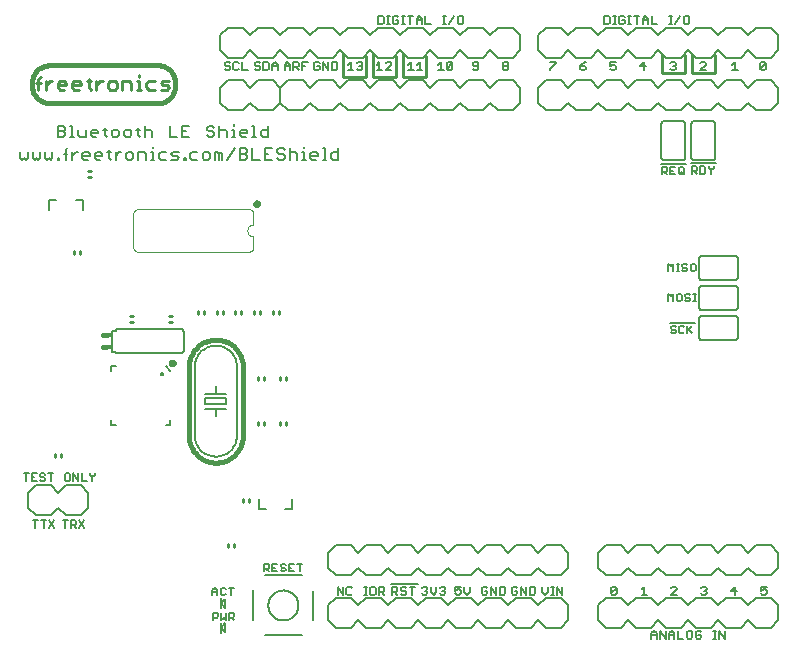
<source format=gto>
G75*
G70*
%OFA0B0*%
%FSLAX24Y24*%
%IPPOS*%
%LPD*%
%AMOC8*
5,1,8,0,0,1.08239X$1,22.5*
%
%ADD10C,0.0120*%
%ADD11C,0.0050*%
%ADD12C,0.0160*%
%ADD13C,0.0090*%
%ADD14C,0.0080*%
%ADD15C,0.0100*%
%ADD16C,0.0060*%
%ADD17C,0.0070*%
%ADD18R,0.0230X0.0160*%
%ADD19C,0.0040*%
D10*
X005653Y009713D02*
X005655Y009728D01*
X005660Y009742D01*
X005669Y009754D01*
X005681Y009764D01*
X005694Y009770D01*
X005709Y009773D01*
X005724Y009772D01*
X005739Y009767D01*
X005751Y009759D01*
X005762Y009748D01*
X005769Y009735D01*
X005773Y009721D01*
X005773Y009705D01*
X005769Y009691D01*
X005762Y009678D01*
X005751Y009667D01*
X005739Y009659D01*
X005724Y009654D01*
X005709Y009653D01*
X005694Y009656D01*
X005681Y009662D01*
X005669Y009672D01*
X005660Y009684D01*
X005655Y009698D01*
X005653Y009713D01*
X008465Y015025D02*
X008467Y015040D01*
X008472Y015054D01*
X008481Y015066D01*
X008493Y015076D01*
X008506Y015082D01*
X008521Y015085D01*
X008536Y015084D01*
X008551Y015079D01*
X008563Y015071D01*
X008574Y015060D01*
X008581Y015047D01*
X008585Y015033D01*
X008585Y015017D01*
X008581Y015003D01*
X008574Y014990D01*
X008563Y014979D01*
X008551Y014971D01*
X008536Y014966D01*
X008521Y014965D01*
X008506Y014968D01*
X008493Y014974D01*
X008481Y014984D01*
X008472Y014996D01*
X008467Y015010D01*
X008465Y015025D01*
D11*
X001133Y004488D02*
X001133Y004238D01*
X001050Y004488D02*
X001217Y004488D01*
X001326Y004488D02*
X001493Y004488D01*
X001410Y004488D02*
X001410Y004238D01*
X001602Y004238D02*
X001769Y004488D01*
X001602Y004488D02*
X001769Y004238D01*
X002133Y004238D02*
X002133Y004488D01*
X002050Y004488D02*
X002217Y004488D01*
X002326Y004488D02*
X002326Y004238D01*
X002326Y004321D02*
X002451Y004321D01*
X002493Y004363D01*
X002493Y004446D01*
X002451Y004488D01*
X002326Y004488D01*
X002410Y004321D02*
X002493Y004238D01*
X002602Y004238D02*
X002769Y004488D01*
X002602Y004488D02*
X002769Y004238D01*
X002838Y005800D02*
X002671Y005800D01*
X002671Y006050D01*
X002562Y006050D02*
X002562Y005800D01*
X002395Y006050D01*
X002395Y005800D01*
X002285Y005842D02*
X002285Y006009D01*
X002244Y006050D01*
X002160Y006050D01*
X002119Y006009D01*
X002119Y005842D01*
X002160Y005800D01*
X002244Y005800D01*
X002285Y005842D01*
X001733Y006050D02*
X001566Y006050D01*
X001650Y006050D02*
X001650Y005800D01*
X001457Y005842D02*
X001415Y005800D01*
X001332Y005800D01*
X001290Y005842D01*
X001332Y005925D02*
X001415Y005925D01*
X001457Y005883D01*
X001457Y005842D01*
X001332Y005925D02*
X001290Y005967D01*
X001290Y006009D01*
X001332Y006050D01*
X001415Y006050D01*
X001457Y006009D01*
X001181Y006050D02*
X001014Y006050D01*
X001014Y005800D01*
X001181Y005800D01*
X001097Y005925D02*
X001014Y005925D01*
X000904Y006050D02*
X000738Y006050D01*
X000821Y006050D02*
X000821Y005800D01*
X002947Y006009D02*
X003031Y005925D01*
X003031Y005800D01*
X003031Y005925D02*
X003114Y006009D01*
X003114Y006050D01*
X002947Y006050D02*
X002947Y006009D01*
X003666Y007666D02*
X003666Y007823D01*
X003666Y007666D02*
X003823Y007666D01*
X005477Y007666D02*
X005634Y007666D01*
X005634Y007823D01*
X005320Y009359D02*
X005322Y009371D01*
X005327Y009382D01*
X005336Y009391D01*
X005347Y009396D01*
X005359Y009398D01*
X005371Y009396D01*
X005382Y009391D01*
X005391Y009382D01*
X005396Y009371D01*
X005398Y009359D01*
X005396Y009347D01*
X005391Y009336D01*
X005382Y009327D01*
X005371Y009322D01*
X005359Y009320D01*
X005347Y009322D01*
X005336Y009327D01*
X005327Y009336D01*
X005322Y009347D01*
X005320Y009359D01*
X005477Y009634D02*
X005634Y009477D01*
X003823Y009634D02*
X003666Y009634D01*
X003666Y009477D01*
X008753Y003035D02*
X008878Y003035D01*
X008920Y002993D01*
X008920Y002909D01*
X008878Y002868D01*
X008753Y002868D01*
X008837Y002868D02*
X008920Y002784D01*
X009029Y002784D02*
X009196Y002784D01*
X009306Y002826D02*
X009347Y002784D01*
X009431Y002784D01*
X009472Y002826D01*
X009472Y002868D01*
X009431Y002909D01*
X009347Y002909D01*
X009306Y002951D01*
X009306Y002993D01*
X009347Y003035D01*
X009431Y003035D01*
X009472Y002993D01*
X009582Y003035D02*
X009582Y002784D01*
X009749Y002784D01*
X009665Y002909D02*
X009582Y002909D01*
X009582Y003035D02*
X009749Y003035D01*
X009858Y003035D02*
X010025Y003035D01*
X009941Y003035D02*
X009941Y002784D01*
X009196Y003035D02*
X009029Y003035D01*
X009029Y002784D01*
X009029Y002909D02*
X009113Y002909D01*
X008753Y002784D02*
X008753Y003035D01*
X007754Y002238D02*
X007587Y002238D01*
X007670Y002238D02*
X007670Y001988D01*
X007477Y002029D02*
X007436Y001988D01*
X007352Y001988D01*
X007311Y002029D01*
X007311Y002196D01*
X007352Y002238D01*
X007436Y002238D01*
X007477Y002196D01*
X007201Y002154D02*
X007201Y001988D01*
X007201Y002113D02*
X007034Y002113D01*
X007034Y002154D02*
X007118Y002238D01*
X007201Y002154D01*
X007034Y002154D02*
X007034Y001988D01*
X007050Y001410D02*
X007175Y001410D01*
X007217Y001368D01*
X007217Y001284D01*
X007175Y001243D01*
X007050Y001243D01*
X007050Y001159D02*
X007050Y001410D01*
X007326Y001410D02*
X007326Y001159D01*
X007410Y001243D01*
X007493Y001159D01*
X007493Y001410D01*
X007602Y001410D02*
X007602Y001159D01*
X007602Y001243D02*
X007728Y001243D01*
X007769Y001284D01*
X007769Y001368D01*
X007728Y001410D01*
X007602Y001410D01*
X007686Y001243D02*
X007769Y001159D01*
X011209Y002000D02*
X011209Y002270D01*
X011389Y002000D01*
X011389Y002270D01*
X011503Y002225D02*
X011503Y002045D01*
X011548Y002000D01*
X011638Y002000D01*
X011683Y002045D01*
X011683Y002225D02*
X011638Y002270D01*
X011548Y002270D01*
X011503Y002225D01*
X012096Y002270D02*
X012186Y002270D01*
X012141Y002270D02*
X012141Y002000D01*
X012096Y002000D02*
X012186Y002000D01*
X012292Y002045D02*
X012292Y002225D01*
X012337Y002270D01*
X012428Y002270D01*
X012473Y002225D01*
X012473Y002045D01*
X012428Y002000D01*
X012337Y002000D01*
X012292Y002045D01*
X012587Y002000D02*
X012587Y002270D01*
X012722Y002270D01*
X012767Y002225D01*
X012767Y002135D01*
X012722Y002090D01*
X012587Y002090D01*
X012677Y002090D02*
X012767Y002000D01*
X013021Y002000D02*
X013021Y002270D01*
X013156Y002270D01*
X013201Y002225D01*
X013201Y002135D01*
X013156Y002090D01*
X013021Y002090D01*
X013111Y002090D02*
X013201Y002000D01*
X013316Y002045D02*
X013361Y002000D01*
X013451Y002000D01*
X013496Y002045D01*
X013496Y002090D01*
X013451Y002135D01*
X013361Y002135D01*
X013316Y002180D01*
X013316Y002225D01*
X013361Y002270D01*
X013451Y002270D01*
X013496Y002225D01*
X013610Y002270D02*
X013790Y002270D01*
X013700Y002270D02*
X013700Y002000D01*
X014020Y002058D02*
X014065Y002013D01*
X014155Y002013D01*
X014200Y002058D01*
X014200Y002103D01*
X014155Y002148D01*
X014110Y002148D01*
X014155Y002148D02*
X014200Y002193D01*
X014200Y002238D01*
X014155Y002283D01*
X014065Y002283D01*
X014020Y002238D01*
X013880Y002370D02*
X012996Y002370D01*
X014314Y002283D02*
X014314Y002103D01*
X014404Y002013D01*
X014494Y002103D01*
X014494Y002283D01*
X014609Y002238D02*
X014654Y002283D01*
X014744Y002283D01*
X014789Y002238D01*
X014789Y002193D01*
X014744Y002148D01*
X014789Y002103D01*
X014789Y002058D01*
X014744Y002013D01*
X014654Y002013D01*
X014609Y002058D01*
X014699Y002148D02*
X014744Y002148D01*
X015132Y002148D02*
X015222Y002193D01*
X015267Y002193D01*
X015312Y002148D01*
X015312Y002058D01*
X015267Y002013D01*
X015177Y002013D01*
X015132Y002058D01*
X015132Y002148D02*
X015132Y002283D01*
X015312Y002283D01*
X015427Y002283D02*
X015427Y002103D01*
X015517Y002013D01*
X015607Y002103D01*
X015607Y002283D01*
X016016Y002238D02*
X016016Y002058D01*
X016062Y002013D01*
X016152Y002013D01*
X016197Y002058D01*
X016197Y002148D01*
X016107Y002148D01*
X016197Y002238D02*
X016152Y002283D01*
X016062Y002283D01*
X016016Y002238D01*
X016311Y002283D02*
X016311Y002013D01*
X016491Y002013D02*
X016311Y002283D01*
X016491Y002283D02*
X016491Y002013D01*
X016606Y002013D02*
X016741Y002013D01*
X016786Y002058D01*
X016786Y002238D01*
X016741Y002283D01*
X016606Y002283D01*
X016606Y002013D01*
X017016Y002058D02*
X017062Y002013D01*
X017152Y002013D01*
X017197Y002058D01*
X017197Y002148D01*
X017107Y002148D01*
X017197Y002238D02*
X017152Y002283D01*
X017062Y002283D01*
X017016Y002238D01*
X017016Y002058D01*
X017311Y002013D02*
X017311Y002283D01*
X017491Y002013D01*
X017491Y002283D01*
X017606Y002283D02*
X017606Y002013D01*
X017741Y002013D01*
X017786Y002058D01*
X017786Y002238D01*
X017741Y002283D01*
X017606Y002283D01*
X018032Y002283D02*
X018032Y002103D01*
X018122Y002013D01*
X018212Y002103D01*
X018212Y002283D01*
X018327Y002283D02*
X018417Y002283D01*
X018372Y002283D02*
X018372Y002013D01*
X018327Y002013D02*
X018417Y002013D01*
X018523Y002013D02*
X018523Y002283D01*
X018703Y002013D01*
X018703Y002283D01*
X020325Y002238D02*
X020325Y002058D01*
X020505Y002238D01*
X020505Y002058D01*
X020460Y002013D01*
X020370Y002013D01*
X020325Y002058D01*
X020325Y002238D02*
X020370Y002283D01*
X020460Y002283D01*
X020505Y002238D01*
X021338Y002193D02*
X021428Y002283D01*
X021428Y002013D01*
X021338Y002013D02*
X021518Y002013D01*
X022325Y002013D02*
X022505Y002193D01*
X022505Y002238D01*
X022460Y002283D01*
X022370Y002283D01*
X022325Y002238D01*
X022325Y002013D02*
X022505Y002013D01*
X023325Y002058D02*
X023370Y002013D01*
X023460Y002013D01*
X023505Y002058D01*
X023505Y002103D01*
X023460Y002148D01*
X023415Y002148D01*
X023460Y002148D02*
X023505Y002193D01*
X023505Y002238D01*
X023460Y002283D01*
X023370Y002283D01*
X023325Y002238D01*
X024325Y002148D02*
X024505Y002148D01*
X024460Y002283D02*
X024325Y002148D01*
X024460Y002013D02*
X024460Y002283D01*
X025325Y002283D02*
X025325Y002148D01*
X025415Y002193D01*
X025460Y002193D01*
X025505Y002148D01*
X025505Y002058D01*
X025460Y002013D01*
X025370Y002013D01*
X025325Y002058D01*
X025325Y002283D02*
X025505Y002283D01*
X024106Y000815D02*
X024106Y000545D01*
X023925Y000815D01*
X023925Y000545D01*
X023819Y000545D02*
X023729Y000545D01*
X023774Y000545D02*
X023774Y000815D01*
X023729Y000815D02*
X023819Y000815D01*
X023320Y000770D02*
X023275Y000815D01*
X023185Y000815D01*
X023140Y000770D01*
X023140Y000590D01*
X023185Y000545D01*
X023275Y000545D01*
X023320Y000590D01*
X023320Y000680D01*
X023230Y000680D01*
X023025Y000590D02*
X023025Y000770D01*
X022980Y000815D01*
X022890Y000815D01*
X022845Y000770D01*
X022845Y000590D01*
X022890Y000545D01*
X022980Y000545D01*
X023025Y000590D01*
X022731Y000545D02*
X022550Y000545D01*
X022550Y000815D01*
X022436Y000725D02*
X022436Y000545D01*
X022436Y000680D02*
X022256Y000680D01*
X022256Y000725D02*
X022346Y000815D01*
X022436Y000725D01*
X022256Y000725D02*
X022256Y000545D01*
X022141Y000545D02*
X022141Y000815D01*
X021961Y000815D02*
X021961Y000545D01*
X021847Y000545D02*
X021847Y000725D01*
X021757Y000815D01*
X021666Y000725D01*
X021666Y000545D01*
X021666Y000680D02*
X021847Y000680D01*
X021961Y000815D02*
X022141Y000545D01*
X022357Y010722D02*
X022315Y010764D01*
X022357Y010722D02*
X022440Y010722D01*
X022482Y010764D01*
X022482Y010805D01*
X022440Y010847D01*
X022357Y010847D01*
X022315Y010889D01*
X022315Y010930D01*
X022357Y010972D01*
X022440Y010972D01*
X022482Y010930D01*
X022591Y010930D02*
X022591Y010764D01*
X022633Y010722D01*
X022716Y010722D01*
X022758Y010764D01*
X022867Y010805D02*
X023034Y010972D01*
X023119Y011072D02*
X022290Y011072D01*
X022591Y010930D02*
X022633Y010972D01*
X022716Y010972D01*
X022758Y010930D01*
X022867Y010972D02*
X022867Y010722D01*
X022909Y010847D02*
X023034Y010722D01*
X023064Y011784D02*
X023147Y011784D01*
X023105Y011784D02*
X023105Y012035D01*
X023064Y012035D02*
X023147Y012035D01*
X022954Y011993D02*
X022913Y012035D01*
X022829Y012035D01*
X022787Y011993D01*
X022787Y011951D01*
X022829Y011909D01*
X022913Y011909D01*
X022954Y011868D01*
X022954Y011826D01*
X022913Y011784D01*
X022829Y011784D01*
X022787Y011826D01*
X022678Y011826D02*
X022678Y011993D01*
X022636Y012035D01*
X022553Y012035D01*
X022511Y011993D01*
X022511Y011826D01*
X022553Y011784D01*
X022636Y011784D01*
X022678Y011826D01*
X022402Y011784D02*
X022402Y012035D01*
X022318Y011951D01*
X022235Y012035D01*
X022235Y011784D01*
X022235Y012784D02*
X022235Y013035D01*
X022318Y012951D01*
X022402Y013035D01*
X022402Y012784D01*
X022511Y012784D02*
X022595Y012784D01*
X022553Y012784D02*
X022553Y013035D01*
X022511Y013035D02*
X022595Y013035D01*
X022695Y012993D02*
X022695Y012951D01*
X022737Y012909D01*
X022820Y012909D01*
X022862Y012868D01*
X022862Y012826D01*
X022820Y012784D01*
X022737Y012784D01*
X022695Y012826D01*
X022695Y012993D02*
X022737Y013035D01*
X022820Y013035D01*
X022862Y012993D01*
X022972Y012993D02*
X022972Y012826D01*
X023013Y012784D01*
X023097Y012784D01*
X023138Y012826D01*
X023138Y012993D01*
X023097Y013035D01*
X023013Y013035D01*
X022972Y012993D01*
X022738Y016019D02*
X022655Y016102D01*
X022696Y016019D02*
X022738Y016060D01*
X022738Y016227D01*
X022696Y016269D01*
X022613Y016269D01*
X022571Y016227D01*
X022571Y016060D01*
X022613Y016019D01*
X022696Y016019D01*
X022462Y016019D02*
X022295Y016019D01*
X022295Y016269D01*
X022462Y016269D01*
X022378Y016144D02*
X022295Y016144D01*
X022186Y016144D02*
X022144Y016102D01*
X022019Y016102D01*
X022102Y016102D02*
X022186Y016019D01*
X022186Y016144D02*
X022186Y016227D01*
X022144Y016269D01*
X022019Y016269D01*
X022019Y016019D01*
X021994Y016369D02*
X022822Y016369D01*
X022994Y016384D02*
X023822Y016384D01*
X023738Y016285D02*
X023738Y016243D01*
X023655Y016159D01*
X023655Y016034D01*
X023655Y016159D02*
X023571Y016243D01*
X023571Y016285D01*
X023462Y016243D02*
X023420Y016285D01*
X023295Y016285D01*
X023295Y016034D01*
X023420Y016034D01*
X023462Y016076D01*
X023462Y016243D01*
X023186Y016243D02*
X023186Y016159D01*
X023144Y016118D01*
X023019Y016118D01*
X023102Y016118D02*
X023186Y016034D01*
X023019Y016034D02*
X023019Y016285D01*
X023144Y016285D01*
X023186Y016243D01*
X023300Y019500D02*
X023480Y019680D01*
X023480Y019725D01*
X023435Y019770D01*
X023345Y019770D01*
X023300Y019725D01*
X023300Y019500D02*
X023480Y019500D01*
X024363Y019500D02*
X024543Y019500D01*
X024453Y019500D02*
X024453Y019770D01*
X024363Y019680D01*
X025300Y019725D02*
X025300Y019545D01*
X025480Y019725D01*
X025480Y019545D01*
X025435Y019500D01*
X025345Y019500D01*
X025300Y019545D01*
X025300Y019725D02*
X025345Y019770D01*
X025435Y019770D01*
X025480Y019725D01*
X022932Y021070D02*
X022932Y021250D01*
X022887Y021295D01*
X022797Y021295D01*
X022752Y021250D01*
X022752Y021070D01*
X022797Y021025D01*
X022887Y021025D01*
X022932Y021070D01*
X022637Y021295D02*
X022457Y021025D01*
X022351Y021025D02*
X022261Y021025D01*
X022306Y021025D02*
X022306Y021295D01*
X022261Y021295D02*
X022351Y021295D01*
X021852Y021025D02*
X021671Y021025D01*
X021671Y021295D01*
X021557Y021205D02*
X021557Y021025D01*
X021557Y021160D02*
X021377Y021160D01*
X021377Y021205D02*
X021467Y021295D01*
X021557Y021205D01*
X021377Y021205D02*
X021377Y021025D01*
X021172Y021025D02*
X021172Y021295D01*
X021082Y021295D02*
X021262Y021295D01*
X020976Y021295D02*
X020886Y021295D01*
X020931Y021295D02*
X020931Y021025D01*
X020886Y021025D02*
X020976Y021025D01*
X020771Y021070D02*
X020771Y021160D01*
X020681Y021160D01*
X020591Y021250D02*
X020591Y021070D01*
X020636Y021025D01*
X020726Y021025D01*
X020771Y021070D01*
X020771Y021250D02*
X020726Y021295D01*
X020636Y021295D01*
X020591Y021250D01*
X020485Y021295D02*
X020395Y021295D01*
X020440Y021295D02*
X020440Y021025D01*
X020395Y021025D02*
X020485Y021025D01*
X020280Y021070D02*
X020280Y021250D01*
X020235Y021295D01*
X020100Y021295D01*
X020100Y021025D01*
X020235Y021025D01*
X020280Y021070D01*
X020300Y019770D02*
X020300Y019635D01*
X020390Y019680D01*
X020435Y019680D01*
X020480Y019635D01*
X020480Y019545D01*
X020435Y019500D01*
X020345Y019500D01*
X020300Y019545D01*
X020300Y019770D02*
X020480Y019770D01*
X021300Y019635D02*
X021480Y019635D01*
X021435Y019500D02*
X021435Y019770D01*
X021300Y019635D01*
X022300Y019545D02*
X022345Y019500D01*
X022435Y019500D01*
X022480Y019545D01*
X022480Y019590D01*
X022435Y019635D01*
X022390Y019635D01*
X022435Y019635D02*
X022480Y019680D01*
X022480Y019725D01*
X022435Y019770D01*
X022345Y019770D01*
X022300Y019725D01*
X019480Y019770D02*
X019390Y019725D01*
X019300Y019635D01*
X019435Y019635D01*
X019480Y019590D01*
X019480Y019545D01*
X019435Y019500D01*
X019345Y019500D01*
X019300Y019545D01*
X019300Y019635D01*
X018480Y019725D02*
X018300Y019545D01*
X018300Y019500D01*
X018300Y019770D02*
X018480Y019770D01*
X018480Y019725D01*
X016893Y019725D02*
X016893Y019680D01*
X016848Y019635D01*
X016758Y019635D01*
X016713Y019680D01*
X016713Y019725D01*
X016758Y019770D01*
X016848Y019770D01*
X016893Y019725D01*
X016848Y019635D02*
X016893Y019590D01*
X016893Y019545D01*
X016848Y019500D01*
X016758Y019500D01*
X016713Y019545D01*
X016713Y019590D01*
X016758Y019635D01*
X015893Y019635D02*
X015758Y019635D01*
X015713Y019680D01*
X015713Y019725D01*
X015758Y019770D01*
X015848Y019770D01*
X015893Y019725D01*
X015893Y019545D01*
X015848Y019500D01*
X015758Y019500D01*
X015713Y019545D01*
X015037Y019545D02*
X014992Y019500D01*
X014902Y019500D01*
X014857Y019545D01*
X015037Y019725D01*
X015037Y019545D01*
X014857Y019545D02*
X014857Y019725D01*
X014902Y019770D01*
X014992Y019770D01*
X015037Y019725D01*
X014743Y019500D02*
X014563Y019500D01*
X014653Y019500D02*
X014653Y019770D01*
X014563Y019680D01*
X014037Y019500D02*
X013857Y019500D01*
X013947Y019500D02*
X013947Y019770D01*
X013857Y019680D01*
X013743Y019500D02*
X013563Y019500D01*
X013653Y019500D02*
X013653Y019770D01*
X013563Y019680D01*
X012987Y019680D02*
X012807Y019500D01*
X012987Y019500D01*
X012987Y019680D02*
X012987Y019725D01*
X012942Y019770D01*
X012852Y019770D01*
X012807Y019725D01*
X012603Y019770D02*
X012603Y019500D01*
X012513Y019500D02*
X012693Y019500D01*
X012513Y019680D02*
X012603Y019770D01*
X012025Y019725D02*
X012025Y019680D01*
X011980Y019635D01*
X012025Y019590D01*
X012025Y019545D01*
X011980Y019500D01*
X011890Y019500D01*
X011845Y019545D01*
X011730Y019500D02*
X011550Y019500D01*
X011640Y019500D02*
X011640Y019770D01*
X011550Y019680D01*
X011845Y019725D02*
X011890Y019770D01*
X011980Y019770D01*
X012025Y019725D01*
X011980Y019635D02*
X011935Y019635D01*
X011194Y019545D02*
X011194Y019725D01*
X011149Y019770D01*
X011014Y019770D01*
X011014Y019500D01*
X011149Y019500D01*
X011194Y019545D01*
X010900Y019500D02*
X010900Y019770D01*
X010720Y019770D02*
X010720Y019500D01*
X010605Y019545D02*
X010605Y019635D01*
X010515Y019635D01*
X010425Y019725D02*
X010425Y019545D01*
X010470Y019500D01*
X010560Y019500D01*
X010605Y019545D01*
X010605Y019725D02*
X010560Y019770D01*
X010470Y019770D01*
X010425Y019725D01*
X010207Y019770D02*
X010027Y019770D01*
X010027Y019500D01*
X009912Y019500D02*
X009822Y019590D01*
X009867Y019590D02*
X009732Y019590D01*
X009732Y019500D02*
X009732Y019770D01*
X009867Y019770D01*
X009912Y019725D01*
X009912Y019635D01*
X009867Y019590D01*
X010027Y019635D02*
X010117Y019635D01*
X009618Y019635D02*
X009438Y019635D01*
X009438Y019680D02*
X009528Y019770D01*
X009618Y019680D01*
X009618Y019500D01*
X009438Y019500D02*
X009438Y019680D01*
X009207Y019680D02*
X009207Y019500D01*
X009207Y019635D02*
X009027Y019635D01*
X009027Y019680D02*
X009117Y019770D01*
X009207Y019680D01*
X009027Y019680D02*
X009027Y019500D01*
X008912Y019545D02*
X008912Y019725D01*
X008867Y019770D01*
X008732Y019770D01*
X008732Y019500D01*
X008867Y019500D01*
X008912Y019545D01*
X008618Y019545D02*
X008573Y019500D01*
X008483Y019500D01*
X008438Y019545D01*
X008483Y019635D02*
X008573Y019635D01*
X008618Y019590D01*
X008618Y019545D01*
X008483Y019635D02*
X008438Y019680D01*
X008438Y019725D01*
X008483Y019770D01*
X008573Y019770D01*
X008618Y019725D01*
X008207Y019500D02*
X008027Y019500D01*
X008027Y019770D01*
X007912Y019725D02*
X007867Y019770D01*
X007777Y019770D01*
X007732Y019725D01*
X007732Y019545D01*
X007777Y019500D01*
X007867Y019500D01*
X007912Y019545D01*
X007618Y019545D02*
X007573Y019500D01*
X007483Y019500D01*
X007438Y019545D01*
X007483Y019635D02*
X007573Y019635D01*
X007618Y019590D01*
X007618Y019545D01*
X007483Y019635D02*
X007438Y019680D01*
X007438Y019725D01*
X007483Y019770D01*
X007573Y019770D01*
X007618Y019725D01*
X010720Y019770D02*
X010900Y019500D01*
X012563Y021025D02*
X012698Y021025D01*
X012743Y021070D01*
X012743Y021250D01*
X012698Y021295D01*
X012563Y021295D01*
X012563Y021025D01*
X012857Y021025D02*
X012947Y021025D01*
X012902Y021025D02*
X012902Y021295D01*
X012857Y021295D02*
X012947Y021295D01*
X013054Y021250D02*
X013054Y021070D01*
X013099Y021025D01*
X013189Y021025D01*
X013234Y021070D01*
X013234Y021160D01*
X013144Y021160D01*
X013234Y021250D02*
X013189Y021295D01*
X013099Y021295D01*
X013054Y021250D01*
X013348Y021295D02*
X013438Y021295D01*
X013393Y021295D02*
X013393Y021025D01*
X013348Y021025D02*
X013438Y021025D01*
X013635Y021025D02*
X013635Y021295D01*
X013545Y021295D02*
X013725Y021295D01*
X013839Y021205D02*
X013929Y021295D01*
X014019Y021205D01*
X014019Y021025D01*
X014134Y021025D02*
X014314Y021025D01*
X014134Y021025D02*
X014134Y021295D01*
X014019Y021160D02*
X013839Y021160D01*
X013839Y021205D02*
X013839Y021025D01*
X014723Y021025D02*
X014813Y021025D01*
X014768Y021025D02*
X014768Y021295D01*
X014723Y021295D02*
X014813Y021295D01*
X015100Y021295D02*
X014920Y021025D01*
X015214Y021070D02*
X015214Y021250D01*
X015259Y021295D01*
X015349Y021295D01*
X015395Y021250D01*
X015395Y021070D01*
X015349Y021025D01*
X015259Y021025D01*
X015214Y021070D01*
D12*
X005788Y019150D02*
X005788Y018900D01*
X005780Y018855D01*
X005769Y018811D01*
X005755Y018768D01*
X005737Y018726D01*
X005716Y018686D01*
X005691Y018647D01*
X005664Y018611D01*
X005634Y018576D01*
X005602Y018544D01*
X005567Y018515D01*
X005529Y018489D01*
X005490Y018466D01*
X005450Y018445D01*
X005407Y018429D01*
X005364Y018415D01*
X005319Y018405D01*
X005274Y018398D01*
X005229Y018395D01*
X005183Y018396D01*
X005138Y018400D01*
X001538Y018400D01*
X001525Y018403D02*
X001480Y018411D01*
X001436Y018422D01*
X001393Y018436D01*
X001351Y018454D01*
X001311Y018475D01*
X001272Y018500D01*
X001236Y018527D01*
X001201Y018557D01*
X001169Y018589D01*
X001140Y018624D01*
X001114Y018662D01*
X001091Y018701D01*
X001070Y018741D01*
X001054Y018784D01*
X001040Y018827D01*
X001030Y018872D01*
X001023Y018917D01*
X001020Y018962D01*
X001021Y019008D01*
X001025Y019053D01*
X001025Y018997D02*
X001021Y019042D01*
X001020Y019088D01*
X001023Y019133D01*
X001030Y019178D01*
X001040Y019223D01*
X001054Y019266D01*
X001070Y019309D01*
X001091Y019349D01*
X001114Y019388D01*
X001140Y019426D01*
X001169Y019461D01*
X001201Y019493D01*
X001236Y019523D01*
X001272Y019550D01*
X001311Y019575D01*
X001351Y019596D01*
X001393Y019614D01*
X001436Y019628D01*
X001480Y019639D01*
X001525Y019647D01*
X001538Y019650D02*
X005138Y019650D01*
X005186Y019654D01*
X005234Y019655D01*
X005281Y019651D01*
X005329Y019643D01*
X005375Y019632D01*
X005421Y019617D01*
X005465Y019598D01*
X005507Y019575D01*
X005547Y019549D01*
X005585Y019520D01*
X005621Y019487D01*
X005653Y019452D01*
X005683Y019415D01*
X005710Y019375D01*
X005733Y019333D01*
X005752Y019289D01*
X005768Y019244D01*
X005780Y019197D01*
X005788Y019150D01*
X003525Y010663D02*
X003387Y010663D01*
X003388Y010263D02*
X003475Y010263D01*
X006250Y009613D02*
X006250Y007313D01*
X006252Y007254D01*
X006258Y007196D01*
X006267Y007137D01*
X006281Y007080D01*
X006298Y007024D01*
X006319Y006969D01*
X006343Y006915D01*
X006371Y006863D01*
X006402Y006813D01*
X006436Y006765D01*
X006473Y006720D01*
X006514Y006677D01*
X006557Y006636D01*
X006602Y006599D01*
X006650Y006565D01*
X006700Y006534D01*
X006752Y006506D01*
X006806Y006482D01*
X006861Y006461D01*
X006917Y006444D01*
X006974Y006430D01*
X007033Y006421D01*
X007091Y006415D01*
X007150Y006413D01*
X007209Y006415D01*
X007267Y006421D01*
X007326Y006430D01*
X007383Y006444D01*
X007439Y006461D01*
X007494Y006482D01*
X007548Y006506D01*
X007600Y006534D01*
X007650Y006565D01*
X007698Y006599D01*
X007743Y006636D01*
X007786Y006677D01*
X007827Y006720D01*
X007864Y006765D01*
X007898Y006813D01*
X007929Y006863D01*
X007957Y006915D01*
X007981Y006969D01*
X008002Y007024D01*
X008019Y007080D01*
X008033Y007137D01*
X008042Y007196D01*
X008048Y007254D01*
X008050Y007313D01*
X008050Y009613D01*
X008048Y009672D01*
X008042Y009730D01*
X008033Y009789D01*
X008019Y009846D01*
X008002Y009902D01*
X007981Y009957D01*
X007957Y010011D01*
X007929Y010063D01*
X007898Y010113D01*
X007864Y010161D01*
X007827Y010206D01*
X007786Y010249D01*
X007743Y010290D01*
X007698Y010327D01*
X007650Y010361D01*
X007600Y010392D01*
X007548Y010420D01*
X007494Y010444D01*
X007439Y010465D01*
X007383Y010482D01*
X007326Y010496D01*
X007267Y010505D01*
X007209Y010511D01*
X007150Y010513D01*
X007091Y010511D01*
X007033Y010505D01*
X006974Y010496D01*
X006917Y010482D01*
X006861Y010465D01*
X006806Y010444D01*
X006752Y010420D01*
X006700Y010392D01*
X006650Y010361D01*
X006602Y010327D01*
X006557Y010290D01*
X006514Y010249D01*
X006473Y010206D01*
X006436Y010161D01*
X006402Y010113D01*
X006371Y010063D01*
X006343Y010011D01*
X006319Y009957D01*
X006298Y009902D01*
X006281Y009846D01*
X006267Y009789D01*
X006258Y009730D01*
X006252Y009672D01*
X006250Y009613D01*
D13*
X005529Y018845D02*
X005600Y018917D01*
X005529Y018988D01*
X005385Y018988D01*
X005313Y019060D01*
X005385Y019132D01*
X005600Y019132D01*
X005529Y018845D02*
X005313Y018845D01*
X005122Y018845D02*
X004906Y018845D01*
X004835Y018917D01*
X004835Y019060D01*
X004906Y019132D01*
X005122Y019132D01*
X004587Y019132D02*
X004587Y018845D01*
X004515Y018845D02*
X004659Y018845D01*
X004587Y019132D02*
X004515Y019132D01*
X004587Y019275D02*
X004587Y019347D01*
X004324Y019060D02*
X004324Y018845D01*
X004324Y019060D02*
X004252Y019132D01*
X004037Y019132D01*
X004037Y018845D01*
X003845Y018917D02*
X003845Y019060D01*
X003773Y019132D01*
X003630Y019132D01*
X003558Y019060D01*
X003558Y018917D01*
X003630Y018845D01*
X003773Y018845D01*
X003845Y018917D01*
X003374Y019132D02*
X003302Y019132D01*
X003159Y018988D01*
X003159Y018845D02*
X003159Y019132D01*
X002983Y019132D02*
X002840Y019132D01*
X002911Y019204D02*
X002911Y018917D01*
X002983Y018845D01*
X002648Y018988D02*
X002361Y018988D01*
X002361Y018917D02*
X002361Y019060D01*
X002432Y019132D01*
X002576Y019132D01*
X002648Y019060D01*
X002648Y018988D01*
X002576Y018845D02*
X002432Y018845D01*
X002361Y018917D01*
X002169Y018988D02*
X001882Y018988D01*
X001882Y018917D02*
X001882Y019060D01*
X001954Y019132D01*
X002097Y019132D01*
X002169Y019060D01*
X002169Y018988D01*
X002097Y018845D02*
X001954Y018845D01*
X001882Y018917D01*
X001698Y019132D02*
X001626Y019132D01*
X001483Y018988D01*
X001483Y018845D02*
X001483Y019132D01*
X001307Y019060D02*
X001164Y019060D01*
X001235Y019204D02*
X001235Y018845D01*
X001235Y019204D02*
X001307Y019275D01*
D14*
X001878Y017635D02*
X002063Y017635D01*
X002124Y017574D01*
X002124Y017512D01*
X002063Y017450D01*
X001878Y017450D01*
X002063Y017450D02*
X002124Y017388D01*
X002124Y017327D01*
X002063Y017265D01*
X001878Y017265D01*
X001878Y017635D01*
X002292Y017635D02*
X002354Y017635D01*
X002354Y017265D01*
X002415Y017265D02*
X002292Y017265D01*
X002568Y017327D02*
X002568Y017512D01*
X002568Y017327D02*
X002630Y017265D01*
X002815Y017265D01*
X002815Y017512D01*
X002982Y017450D02*
X003044Y017512D01*
X003168Y017512D01*
X003229Y017450D01*
X003229Y017388D01*
X002982Y017388D01*
X002982Y017327D02*
X002982Y017450D01*
X002982Y017327D02*
X003044Y017265D01*
X003168Y017265D01*
X003459Y017327D02*
X003459Y017574D01*
X003520Y017512D02*
X003397Y017512D01*
X003459Y017327D02*
X003520Y017265D01*
X003673Y017327D02*
X003673Y017450D01*
X003735Y017512D01*
X003858Y017512D01*
X003920Y017450D01*
X003920Y017327D01*
X003858Y017265D01*
X003735Y017265D01*
X003673Y017327D01*
X004087Y017327D02*
X004087Y017450D01*
X004149Y017512D01*
X004273Y017512D01*
X004334Y017450D01*
X004334Y017327D01*
X004273Y017265D01*
X004149Y017265D01*
X004087Y017327D01*
X004502Y017512D02*
X004625Y017512D01*
X004563Y017574D02*
X004563Y017327D01*
X004625Y017265D01*
X004778Y017265D02*
X004778Y017635D01*
X004840Y017512D02*
X004963Y017512D01*
X005025Y017450D01*
X005025Y017265D01*
X004778Y017450D02*
X004840Y017512D01*
X005040Y016947D02*
X005040Y016885D01*
X005040Y016762D02*
X004978Y016762D01*
X005040Y016762D02*
X005040Y016515D01*
X004978Y016515D02*
X005102Y016515D01*
X005254Y016577D02*
X005316Y016515D01*
X005501Y016515D01*
X005669Y016515D02*
X005854Y016515D01*
X005916Y016577D01*
X005854Y016638D01*
X005731Y016638D01*
X005669Y016700D01*
X005731Y016762D01*
X005916Y016762D01*
X006083Y016577D02*
X006145Y016577D01*
X006145Y016515D01*
X006083Y016515D01*
X006083Y016577D01*
X006290Y016577D02*
X006352Y016515D01*
X006537Y016515D01*
X006705Y016577D02*
X006766Y016515D01*
X006890Y016515D01*
X006952Y016577D01*
X006952Y016700D01*
X006890Y016762D01*
X006766Y016762D01*
X006705Y016700D01*
X006705Y016577D01*
X006537Y016762D02*
X006352Y016762D01*
X006290Y016700D01*
X006290Y016577D01*
X006268Y017265D02*
X006021Y017265D01*
X006021Y017635D01*
X006268Y017635D01*
X006144Y017450D02*
X006021Y017450D01*
X005854Y017265D02*
X005607Y017265D01*
X005607Y017635D01*
X005501Y016762D02*
X005316Y016762D01*
X005254Y016700D01*
X005254Y016577D01*
X004811Y016515D02*
X004811Y016700D01*
X004749Y016762D01*
X004564Y016762D01*
X004564Y016515D01*
X004396Y016577D02*
X004396Y016700D01*
X004335Y016762D01*
X004211Y016762D01*
X004150Y016700D01*
X004150Y016577D01*
X004211Y016515D01*
X004335Y016515D01*
X004396Y016577D01*
X003989Y016762D02*
X003928Y016762D01*
X003804Y016638D01*
X003804Y016515D02*
X003804Y016762D01*
X003651Y016762D02*
X003528Y016762D01*
X003590Y016824D02*
X003590Y016577D01*
X003651Y016515D01*
X003360Y016638D02*
X003114Y016638D01*
X003114Y016577D02*
X003114Y016700D01*
X003175Y016762D01*
X003299Y016762D01*
X003360Y016700D01*
X003360Y016638D01*
X003299Y016515D02*
X003175Y016515D01*
X003114Y016577D01*
X002946Y016638D02*
X002699Y016638D01*
X002699Y016577D02*
X002699Y016700D01*
X002761Y016762D01*
X002884Y016762D01*
X002946Y016700D01*
X002946Y016638D01*
X002884Y016515D02*
X002761Y016515D01*
X002699Y016577D01*
X002539Y016762D02*
X002477Y016762D01*
X002354Y016638D01*
X002354Y016515D02*
X002354Y016762D01*
X002201Y016700D02*
X002078Y016700D01*
X002139Y016824D02*
X002139Y016515D01*
X001932Y016515D02*
X001932Y016577D01*
X001871Y016577D01*
X001871Y016515D01*
X001932Y016515D01*
X001703Y016577D02*
X001703Y016762D01*
X001703Y016577D02*
X001641Y016515D01*
X001580Y016577D01*
X001518Y016515D01*
X001456Y016577D01*
X001456Y016762D01*
X001289Y016762D02*
X001289Y016577D01*
X001227Y016515D01*
X001165Y016577D01*
X001104Y016515D01*
X001042Y016577D01*
X001042Y016762D01*
X000874Y016762D02*
X000874Y016577D01*
X000813Y016515D01*
X000751Y016577D01*
X000689Y016515D01*
X000628Y016577D01*
X000628Y016762D01*
X002139Y016824D02*
X002201Y016885D01*
X006850Y017327D02*
X006911Y017265D01*
X007035Y017265D01*
X007097Y017327D01*
X007097Y017388D01*
X007035Y017450D01*
X006911Y017450D01*
X006850Y017512D01*
X006850Y017574D01*
X006911Y017635D01*
X007035Y017635D01*
X007097Y017574D01*
X007264Y017635D02*
X007264Y017265D01*
X007264Y017450D02*
X007326Y017512D01*
X007449Y017512D01*
X007511Y017450D01*
X007511Y017265D01*
X007678Y017265D02*
X007802Y017265D01*
X007740Y017265D02*
X007740Y017512D01*
X007678Y017512D01*
X007740Y017635D02*
X007740Y017697D01*
X007955Y017450D02*
X008016Y017512D01*
X008140Y017512D01*
X008202Y017450D01*
X008202Y017388D01*
X007955Y017388D01*
X007955Y017327D02*
X007955Y017450D01*
X007955Y017327D02*
X008016Y017265D01*
X008140Y017265D01*
X008369Y017265D02*
X008492Y017265D01*
X008431Y017265D02*
X008431Y017635D01*
X008369Y017635D01*
X008645Y017450D02*
X008645Y017327D01*
X008707Y017265D01*
X008892Y017265D01*
X008892Y017635D01*
X008892Y017512D02*
X008707Y017512D01*
X008645Y017450D01*
X008776Y016885D02*
X008776Y016515D01*
X009023Y016515D01*
X009191Y016577D02*
X009253Y016515D01*
X009376Y016515D01*
X009438Y016577D01*
X009438Y016638D01*
X009376Y016700D01*
X009253Y016700D01*
X009191Y016762D01*
X009191Y016824D01*
X009253Y016885D01*
X009376Y016885D01*
X009438Y016824D01*
X009605Y016885D02*
X009605Y016515D01*
X009605Y016700D02*
X009667Y016762D01*
X009790Y016762D01*
X009852Y016700D01*
X009852Y016515D01*
X010020Y016515D02*
X010143Y016515D01*
X010081Y016515D02*
X010081Y016762D01*
X010020Y016762D01*
X010081Y016885D02*
X010081Y016947D01*
X010296Y016700D02*
X010357Y016762D01*
X010481Y016762D01*
X010543Y016700D01*
X010543Y016638D01*
X010296Y016638D01*
X010296Y016577D02*
X010296Y016700D01*
X010296Y016577D02*
X010357Y016515D01*
X010481Y016515D01*
X010710Y016515D02*
X010834Y016515D01*
X010772Y016515D02*
X010772Y016885D01*
X010710Y016885D01*
X010986Y016700D02*
X011048Y016762D01*
X011233Y016762D01*
X011233Y016885D02*
X011233Y016515D01*
X011048Y016515D01*
X010986Y016577D01*
X010986Y016700D01*
X011050Y018150D02*
X010550Y018150D01*
X010300Y018400D01*
X010050Y018150D01*
X009550Y018150D01*
X009300Y018400D01*
X009050Y018150D01*
X008550Y018150D01*
X008300Y018400D01*
X008050Y018150D01*
X007550Y018150D01*
X007300Y018400D01*
X007300Y018900D01*
X007550Y019150D01*
X008050Y019150D01*
X008300Y018900D01*
X008550Y019150D01*
X009050Y019150D01*
X009300Y018900D01*
X009300Y018400D01*
X009300Y018900D01*
X009550Y019150D01*
X010050Y019150D01*
X010300Y018900D01*
X010550Y019150D01*
X011050Y019150D01*
X011300Y018900D01*
X011550Y019150D01*
X012050Y019150D01*
X012300Y018900D01*
X012550Y019150D01*
X013050Y019150D01*
X013300Y018900D01*
X013550Y019150D01*
X014050Y019150D01*
X014300Y018900D01*
X014550Y019150D01*
X015050Y019150D01*
X015300Y018900D01*
X015550Y019150D01*
X016050Y019150D01*
X016300Y018900D01*
X016550Y019150D01*
X017050Y019150D01*
X017300Y018900D01*
X017300Y018400D01*
X017050Y018150D01*
X016550Y018150D01*
X016300Y018400D01*
X016050Y018150D01*
X015550Y018150D01*
X015300Y018400D01*
X015050Y018150D01*
X014550Y018150D01*
X014300Y018400D01*
X014050Y018150D01*
X013550Y018150D01*
X013300Y018400D01*
X013050Y018150D01*
X012550Y018150D01*
X012300Y018400D01*
X012050Y018150D01*
X011550Y018150D01*
X011300Y018400D01*
X011050Y018150D01*
X009023Y016885D02*
X008776Y016885D01*
X008776Y016700D02*
X008900Y016700D01*
X008609Y016515D02*
X008362Y016515D01*
X008362Y016885D01*
X008195Y016824D02*
X008195Y016762D01*
X008133Y016700D01*
X007948Y016700D01*
X008133Y016700D02*
X008195Y016638D01*
X008195Y016577D01*
X008133Y016515D01*
X007948Y016515D01*
X007948Y016885D01*
X008133Y016885D01*
X008195Y016824D01*
X007780Y016885D02*
X007533Y016515D01*
X007366Y016515D02*
X007366Y016700D01*
X007304Y016762D01*
X007242Y016700D01*
X007242Y016515D01*
X007119Y016515D02*
X007119Y016762D01*
X007181Y016762D01*
X007242Y016700D01*
X007550Y019900D02*
X008050Y019900D01*
X008300Y020150D01*
X008550Y019900D01*
X009050Y019900D01*
X009300Y020150D01*
X009550Y019900D01*
X010050Y019900D01*
X010300Y020150D01*
X010550Y019900D01*
X011050Y019900D01*
X011300Y020150D01*
X011550Y019900D01*
X012050Y019900D01*
X012300Y020150D01*
X012550Y019900D01*
X013050Y019900D01*
X013300Y020150D01*
X013550Y019900D01*
X014050Y019900D01*
X014300Y020150D01*
X014550Y019900D01*
X015050Y019900D01*
X015300Y020150D01*
X015550Y019900D01*
X016050Y019900D01*
X016300Y020150D01*
X016550Y019900D01*
X017050Y019900D01*
X017300Y020150D01*
X017300Y020650D01*
X017050Y020900D01*
X016550Y020900D01*
X016300Y020650D01*
X016050Y020900D01*
X015550Y020900D01*
X015300Y020650D01*
X015050Y020900D01*
X014550Y020900D01*
X014300Y020650D01*
X014050Y020900D01*
X013550Y020900D01*
X013300Y020650D01*
X013050Y020900D01*
X012550Y020900D01*
X012300Y020650D01*
X012050Y020900D01*
X011550Y020900D01*
X011300Y020650D01*
X011050Y020900D01*
X010550Y020900D01*
X010300Y020650D01*
X010050Y020900D01*
X009550Y020900D01*
X009300Y020650D01*
X009050Y020900D01*
X008550Y020900D01*
X008300Y020650D01*
X008050Y020900D01*
X007550Y020900D01*
X007300Y020650D01*
X007300Y020150D01*
X007550Y019900D01*
X017900Y020150D02*
X018150Y019900D01*
X018650Y019900D01*
X018900Y020150D01*
X019150Y019900D01*
X019650Y019900D01*
X019900Y020150D01*
X020150Y019900D01*
X020650Y019900D01*
X020900Y020150D01*
X021150Y019900D01*
X021650Y019900D01*
X021900Y020150D01*
X022150Y019900D01*
X022650Y019900D01*
X022900Y020150D01*
X023150Y019900D01*
X023650Y019900D01*
X023900Y020150D01*
X024150Y019900D01*
X024650Y019900D01*
X024900Y020150D01*
X025150Y019900D01*
X025650Y019900D01*
X025900Y020150D01*
X025900Y020650D01*
X025650Y020900D01*
X025150Y020900D01*
X024900Y020650D01*
X024650Y020900D01*
X024150Y020900D01*
X023900Y020650D01*
X023650Y020900D01*
X023150Y020900D01*
X022900Y020650D01*
X022650Y020900D01*
X022150Y020900D01*
X021900Y020650D01*
X021650Y020900D01*
X021150Y020900D01*
X020900Y020650D01*
X020650Y020900D01*
X020150Y020900D01*
X019900Y020650D01*
X019650Y020900D01*
X019150Y020900D01*
X018900Y020650D01*
X018650Y020900D01*
X018150Y020900D01*
X017900Y020650D01*
X017900Y020150D01*
X018150Y019150D02*
X018650Y019150D01*
X018900Y018900D01*
X019150Y019150D01*
X019650Y019150D01*
X019900Y018900D01*
X020150Y019150D01*
X020650Y019150D01*
X020900Y018900D01*
X021150Y019150D01*
X021650Y019150D01*
X021900Y018900D01*
X022150Y019150D01*
X022650Y019150D01*
X022900Y018900D01*
X023150Y019150D01*
X023650Y019150D01*
X023900Y018900D01*
X024150Y019150D01*
X024650Y019150D01*
X024900Y018900D01*
X025150Y019150D01*
X025650Y019150D01*
X025900Y018900D01*
X025900Y018400D01*
X025650Y018150D01*
X025150Y018150D01*
X024900Y018400D01*
X024650Y018150D01*
X024150Y018150D01*
X023900Y018400D01*
X023650Y018150D01*
X023150Y018150D01*
X022900Y018400D01*
X022650Y018150D01*
X022150Y018150D01*
X021900Y018400D01*
X021650Y018150D01*
X021150Y018150D01*
X020900Y018400D01*
X020650Y018150D01*
X020150Y018150D01*
X019900Y018400D01*
X019650Y018150D01*
X019150Y018150D01*
X018900Y018400D01*
X018650Y018150D01*
X018150Y018150D01*
X017900Y018400D01*
X017900Y018900D01*
X018150Y019150D01*
X002900Y005400D02*
X002650Y005650D01*
X002150Y005650D01*
X001900Y005400D01*
X001650Y005650D01*
X001150Y005650D01*
X000900Y005400D01*
X000900Y004900D01*
X001150Y004650D01*
X001650Y004650D01*
X001900Y004900D01*
X002150Y004650D01*
X002650Y004650D01*
X002900Y004900D01*
X002900Y005400D01*
X008599Y005189D02*
X008599Y004874D01*
X008835Y004874D01*
X009465Y004874D02*
X009701Y004874D01*
X009701Y005189D01*
X011150Y003650D02*
X011650Y003650D01*
X011900Y003400D01*
X012150Y003650D01*
X012650Y003650D01*
X012900Y003400D01*
X013150Y003650D01*
X013650Y003650D01*
X013900Y003400D01*
X014150Y003650D01*
X014650Y003650D01*
X014900Y003400D01*
X015150Y003650D01*
X015650Y003650D01*
X015900Y003400D01*
X016150Y003650D01*
X016650Y003650D01*
X016900Y003400D01*
X017150Y003650D01*
X017650Y003650D01*
X017900Y003400D01*
X018150Y003650D01*
X018650Y003650D01*
X018900Y003400D01*
X018900Y002900D01*
X018650Y002650D01*
X018150Y002650D01*
X017900Y002900D01*
X017650Y002650D01*
X017150Y002650D01*
X016900Y002900D01*
X016650Y002650D01*
X016150Y002650D01*
X015900Y002900D01*
X015650Y002650D01*
X015150Y002650D01*
X014900Y002900D01*
X014650Y002650D01*
X014150Y002650D01*
X013900Y002900D01*
X013650Y002650D01*
X013150Y002650D01*
X012900Y002900D01*
X012650Y002650D01*
X012150Y002650D01*
X011900Y002900D01*
X011650Y002650D01*
X011150Y002650D01*
X010900Y002900D01*
X010900Y003400D01*
X011150Y003650D01*
X010006Y002650D02*
X008794Y002650D01*
X008400Y002150D02*
X008400Y001162D01*
X008794Y000650D02*
X010006Y000650D01*
X010400Y001162D02*
X010400Y002138D01*
X010900Y001650D02*
X010900Y001150D01*
X011150Y000900D01*
X011650Y000900D01*
X011900Y001150D01*
X012150Y000900D01*
X012650Y000900D01*
X012900Y001150D01*
X013150Y000900D01*
X013650Y000900D01*
X013900Y001150D01*
X014150Y000900D01*
X014650Y000900D01*
X014900Y001150D01*
X015150Y000900D01*
X015650Y000900D01*
X015900Y001150D01*
X016150Y000900D01*
X016650Y000900D01*
X016900Y001150D01*
X017150Y000900D01*
X017650Y000900D01*
X017900Y001150D01*
X018150Y000900D01*
X018650Y000900D01*
X018900Y001150D01*
X018900Y001650D01*
X018650Y001900D01*
X018150Y001900D01*
X017900Y001650D01*
X017650Y001900D01*
X017150Y001900D01*
X016900Y001650D01*
X016650Y001900D01*
X016150Y001900D01*
X015900Y001650D01*
X015650Y001900D01*
X015150Y001900D01*
X014900Y001650D01*
X014650Y001900D01*
X014150Y001900D01*
X013900Y001650D01*
X013650Y001900D01*
X013150Y001900D01*
X012900Y001650D01*
X012650Y001900D01*
X012150Y001900D01*
X011900Y001650D01*
X011650Y001900D01*
X011150Y001900D01*
X010900Y001650D01*
X008900Y001650D02*
X008902Y001694D01*
X008908Y001738D01*
X008918Y001781D01*
X008931Y001823D01*
X008948Y001864D01*
X008969Y001903D01*
X008993Y001940D01*
X009020Y001975D01*
X009050Y002007D01*
X009083Y002037D01*
X009119Y002063D01*
X009156Y002087D01*
X009196Y002106D01*
X009237Y002123D01*
X009280Y002135D01*
X009323Y002144D01*
X009367Y002149D01*
X009411Y002150D01*
X009455Y002147D01*
X009499Y002140D01*
X009542Y002129D01*
X009584Y002115D01*
X009624Y002097D01*
X009663Y002075D01*
X009699Y002051D01*
X009733Y002023D01*
X009765Y001992D01*
X009794Y001958D01*
X009820Y001922D01*
X009842Y001884D01*
X009861Y001844D01*
X009876Y001802D01*
X009888Y001760D01*
X009896Y001716D01*
X009900Y001672D01*
X009900Y001628D01*
X009896Y001584D01*
X009888Y001540D01*
X009876Y001498D01*
X009861Y001456D01*
X009842Y001416D01*
X009820Y001378D01*
X009794Y001342D01*
X009765Y001308D01*
X009733Y001277D01*
X009699Y001249D01*
X009663Y001225D01*
X009624Y001203D01*
X009584Y001185D01*
X009542Y001171D01*
X009499Y001160D01*
X009455Y001153D01*
X009411Y001150D01*
X009367Y001151D01*
X009323Y001156D01*
X009280Y001165D01*
X009237Y001177D01*
X009196Y001194D01*
X009156Y001213D01*
X009119Y001237D01*
X009083Y001263D01*
X009050Y001293D01*
X009020Y001325D01*
X008993Y001360D01*
X008969Y001397D01*
X008948Y001436D01*
X008931Y001477D01*
X008918Y001519D01*
X008908Y001562D01*
X008902Y001606D01*
X008900Y001650D01*
X019900Y001650D02*
X019900Y001150D01*
X020150Y000900D01*
X020650Y000900D01*
X020900Y001150D01*
X021150Y000900D01*
X021650Y000900D01*
X021900Y001150D01*
X022150Y000900D01*
X022650Y000900D01*
X022900Y001150D01*
X023150Y000900D01*
X023650Y000900D01*
X023900Y001150D01*
X024150Y000900D01*
X024650Y000900D01*
X024900Y001150D01*
X025150Y000900D01*
X025650Y000900D01*
X025900Y001150D01*
X025900Y001650D01*
X025650Y001900D01*
X025150Y001900D01*
X024900Y001650D01*
X024650Y001900D01*
X024150Y001900D01*
X023900Y001650D01*
X023650Y001900D01*
X023150Y001900D01*
X022900Y001650D01*
X022650Y001900D01*
X022150Y001900D01*
X021900Y001650D01*
X021650Y001900D01*
X021150Y001900D01*
X020900Y001650D01*
X020650Y001900D01*
X020150Y001900D01*
X019900Y001650D01*
X020150Y002650D02*
X020650Y002650D01*
X020900Y002900D01*
X021150Y002650D01*
X021650Y002650D01*
X021900Y002900D01*
X022150Y002650D01*
X022650Y002650D01*
X022900Y002900D01*
X023150Y002650D01*
X023650Y002650D01*
X023900Y002900D01*
X024150Y002650D01*
X024650Y002650D01*
X024900Y002900D01*
X025150Y002650D01*
X025650Y002650D01*
X025900Y002900D01*
X025900Y003400D01*
X025650Y003650D01*
X025150Y003650D01*
X024900Y003400D01*
X024650Y003650D01*
X024150Y003650D01*
X023900Y003400D01*
X023650Y003650D01*
X023150Y003650D01*
X022900Y003400D01*
X022650Y003650D01*
X022150Y003650D01*
X021900Y003400D01*
X021650Y003650D01*
X021150Y003650D01*
X020900Y003400D01*
X020650Y003650D01*
X020150Y003650D01*
X019900Y003400D01*
X019900Y002900D01*
X020150Y002650D01*
D15*
X009500Y007663D02*
X009500Y007763D01*
X009300Y007763D02*
X009300Y007663D01*
X008750Y007663D02*
X008750Y007763D01*
X008550Y007763D02*
X008550Y007663D01*
X008550Y009163D02*
X008550Y009263D01*
X008750Y009263D02*
X008750Y009163D01*
X009300Y009163D02*
X009300Y009263D01*
X009500Y009263D02*
X009500Y009163D01*
X009250Y011350D02*
X009250Y011450D01*
X009050Y011450D02*
X009050Y011350D01*
X008625Y011350D02*
X008625Y011450D01*
X008425Y011450D02*
X008425Y011350D01*
X008000Y011350D02*
X008000Y011450D01*
X007800Y011450D02*
X007800Y011350D01*
X007375Y011350D02*
X007375Y011450D01*
X007175Y011450D02*
X007175Y011350D01*
X006750Y011350D02*
X006750Y011450D01*
X006550Y011450D02*
X006550Y011350D01*
X005700Y011313D02*
X005600Y011313D01*
X005600Y011113D02*
X005700Y011113D01*
X004388Y011113D02*
X004288Y011113D01*
X004288Y011313D02*
X004388Y011313D01*
X002624Y013350D02*
X002624Y013450D01*
X002424Y013450D02*
X002424Y013350D01*
X002900Y015925D02*
X003000Y015925D01*
X003000Y016125D02*
X002900Y016125D01*
X011400Y019275D02*
X012150Y019275D01*
X012150Y019978D01*
X012400Y020025D02*
X012400Y019275D01*
X013150Y019275D01*
X013150Y019978D01*
X013400Y020025D02*
X013400Y019275D01*
X014150Y019275D01*
X014150Y019978D01*
X011400Y020025D02*
X011400Y019275D01*
X022025Y019400D02*
X022775Y019400D01*
X022775Y020009D01*
X023025Y020009D02*
X023025Y019400D01*
X023775Y019400D01*
X023775Y020009D01*
X022025Y020009D02*
X022025Y019400D01*
X008250Y005200D02*
X008250Y005100D01*
X008050Y005100D02*
X008050Y005200D01*
X007750Y003700D02*
X007750Y003600D01*
X007550Y003600D02*
X007550Y003700D01*
X002000Y006600D02*
X002000Y006700D01*
X001800Y006700D02*
X001800Y006600D01*
D16*
X003675Y010113D02*
X003825Y010113D01*
X003825Y010063D01*
X005975Y010063D01*
X005992Y010065D01*
X006009Y010069D01*
X006025Y010076D01*
X006039Y010086D01*
X006052Y010099D01*
X006062Y010113D01*
X006069Y010129D01*
X006073Y010146D01*
X006075Y010163D01*
X006075Y010763D01*
X006073Y010780D01*
X006069Y010797D01*
X006062Y010813D01*
X006052Y010827D01*
X006039Y010840D01*
X006025Y010850D01*
X006009Y010857D01*
X005992Y010861D01*
X005975Y010863D01*
X003825Y010863D01*
X003825Y010813D01*
X003675Y010813D01*
X003675Y010113D01*
X006450Y009613D02*
X006450Y007313D01*
X006452Y007262D01*
X006457Y007211D01*
X006467Y007161D01*
X006480Y007111D01*
X006496Y007063D01*
X006516Y007016D01*
X006540Y006970D01*
X006566Y006927D01*
X006596Y006885D01*
X006629Y006846D01*
X006664Y006809D01*
X006702Y006775D01*
X006743Y006744D01*
X006785Y006715D01*
X006830Y006690D01*
X006876Y006669D01*
X006924Y006650D01*
X006973Y006636D01*
X007023Y006625D01*
X007073Y006617D01*
X007124Y006613D01*
X007176Y006613D01*
X007227Y006617D01*
X007277Y006625D01*
X007327Y006636D01*
X007376Y006650D01*
X007424Y006669D01*
X007470Y006690D01*
X007515Y006715D01*
X007557Y006744D01*
X007598Y006775D01*
X007636Y006809D01*
X007671Y006846D01*
X007704Y006885D01*
X007734Y006927D01*
X007760Y006970D01*
X007784Y007016D01*
X007804Y007063D01*
X007820Y007111D01*
X007833Y007161D01*
X007843Y007211D01*
X007848Y007262D01*
X007850Y007313D01*
X007850Y009613D01*
X007848Y009664D01*
X007843Y009715D01*
X007833Y009765D01*
X007820Y009815D01*
X007804Y009863D01*
X007784Y009910D01*
X007760Y009956D01*
X007734Y009999D01*
X007704Y010041D01*
X007671Y010080D01*
X007636Y010117D01*
X007598Y010151D01*
X007557Y010182D01*
X007515Y010211D01*
X007470Y010236D01*
X007424Y010257D01*
X007376Y010276D01*
X007327Y010290D01*
X007277Y010301D01*
X007227Y010309D01*
X007176Y010313D01*
X007124Y010313D01*
X007073Y010309D01*
X007023Y010301D01*
X006973Y010290D01*
X006924Y010276D01*
X006876Y010257D01*
X006830Y010236D01*
X006785Y010211D01*
X006743Y010182D01*
X006702Y010151D01*
X006664Y010117D01*
X006629Y010080D01*
X006596Y010041D01*
X006566Y009999D01*
X006540Y009956D01*
X006516Y009910D01*
X006496Y009863D01*
X006480Y009815D01*
X006467Y009765D01*
X006457Y009715D01*
X006452Y009664D01*
X006450Y009613D01*
X007150Y008963D02*
X007150Y008713D01*
X006800Y008713D01*
X006800Y008563D02*
X007500Y008563D01*
X007500Y008363D01*
X006800Y008363D01*
X006800Y008563D01*
X007150Y008713D02*
X007500Y008713D01*
X007500Y008213D02*
X007150Y008213D01*
X007150Y007963D01*
X007150Y008213D02*
X006800Y008213D01*
X002710Y014840D02*
X002710Y015160D01*
X002490Y015160D01*
X001810Y015160D02*
X001590Y015160D01*
X001590Y014840D01*
X022000Y016600D02*
X022000Y017700D01*
X022002Y017717D01*
X022006Y017734D01*
X022013Y017750D01*
X022023Y017764D01*
X022036Y017777D01*
X022050Y017787D01*
X022066Y017794D01*
X022083Y017798D01*
X022100Y017800D01*
X022700Y017800D01*
X022717Y017798D01*
X022734Y017794D01*
X022750Y017787D01*
X022764Y017777D01*
X022777Y017764D01*
X022787Y017750D01*
X022794Y017734D01*
X022798Y017717D01*
X022800Y017700D01*
X022800Y016600D01*
X022798Y016583D01*
X022794Y016566D01*
X022787Y016550D01*
X022777Y016536D01*
X022764Y016523D01*
X022750Y016513D01*
X022734Y016506D01*
X022717Y016502D01*
X022700Y016500D01*
X022100Y016500D01*
X022083Y016502D01*
X022066Y016506D01*
X022050Y016513D01*
X022036Y016523D01*
X022023Y016536D01*
X022013Y016550D01*
X022006Y016566D01*
X022002Y016583D01*
X022000Y016600D01*
X023000Y016600D02*
X023000Y017700D01*
X023002Y017717D01*
X023006Y017734D01*
X023013Y017750D01*
X023023Y017764D01*
X023036Y017777D01*
X023050Y017787D01*
X023066Y017794D01*
X023083Y017798D01*
X023100Y017800D01*
X023700Y017800D01*
X023717Y017798D01*
X023734Y017794D01*
X023750Y017787D01*
X023764Y017777D01*
X023777Y017764D01*
X023787Y017750D01*
X023794Y017734D01*
X023798Y017717D01*
X023800Y017700D01*
X023800Y016600D01*
X023798Y016583D01*
X023794Y016566D01*
X023787Y016550D01*
X023777Y016536D01*
X023764Y016523D01*
X023750Y016513D01*
X023734Y016506D01*
X023717Y016502D01*
X023700Y016500D01*
X023100Y016500D01*
X023083Y016502D01*
X023066Y016506D01*
X023050Y016513D01*
X023036Y016523D01*
X023023Y016536D01*
X023013Y016550D01*
X023006Y016566D01*
X023002Y016583D01*
X023000Y016600D01*
X023350Y013300D02*
X024450Y013300D01*
X024467Y013298D01*
X024484Y013294D01*
X024500Y013287D01*
X024514Y013277D01*
X024527Y013264D01*
X024537Y013250D01*
X024544Y013234D01*
X024548Y013217D01*
X024550Y013200D01*
X024550Y012600D01*
X024548Y012583D01*
X024544Y012566D01*
X024537Y012550D01*
X024527Y012536D01*
X024514Y012523D01*
X024500Y012513D01*
X024484Y012506D01*
X024467Y012502D01*
X024450Y012500D01*
X023350Y012500D01*
X023333Y012502D01*
X023316Y012506D01*
X023300Y012513D01*
X023286Y012523D01*
X023273Y012536D01*
X023263Y012550D01*
X023256Y012566D01*
X023252Y012583D01*
X023250Y012600D01*
X023250Y013200D01*
X023252Y013217D01*
X023256Y013234D01*
X023263Y013250D01*
X023273Y013264D01*
X023286Y013277D01*
X023300Y013287D01*
X023316Y013294D01*
X023333Y013298D01*
X023350Y013300D01*
X023350Y012300D02*
X024450Y012300D01*
X024467Y012298D01*
X024484Y012294D01*
X024500Y012287D01*
X024514Y012277D01*
X024527Y012264D01*
X024537Y012250D01*
X024544Y012234D01*
X024548Y012217D01*
X024550Y012200D01*
X024550Y011600D01*
X024548Y011583D01*
X024544Y011566D01*
X024537Y011550D01*
X024527Y011536D01*
X024514Y011523D01*
X024500Y011513D01*
X024484Y011506D01*
X024467Y011502D01*
X024450Y011500D01*
X023350Y011500D01*
X023333Y011502D01*
X023316Y011506D01*
X023300Y011513D01*
X023286Y011523D01*
X023273Y011536D01*
X023263Y011550D01*
X023256Y011566D01*
X023252Y011583D01*
X023250Y011600D01*
X023250Y012200D01*
X023252Y012217D01*
X023256Y012234D01*
X023263Y012250D01*
X023273Y012264D01*
X023286Y012277D01*
X023300Y012287D01*
X023316Y012294D01*
X023333Y012298D01*
X023350Y012300D01*
X023350Y011300D02*
X024450Y011300D01*
X024467Y011298D01*
X024484Y011294D01*
X024500Y011287D01*
X024514Y011277D01*
X024527Y011264D01*
X024537Y011250D01*
X024544Y011234D01*
X024548Y011217D01*
X024550Y011200D01*
X024550Y010600D01*
X024548Y010583D01*
X024544Y010566D01*
X024537Y010550D01*
X024527Y010536D01*
X024514Y010523D01*
X024500Y010513D01*
X024484Y010506D01*
X024467Y010502D01*
X024450Y010500D01*
X023350Y010500D01*
X023333Y010502D01*
X023316Y010506D01*
X023300Y010513D01*
X023286Y010523D01*
X023273Y010536D01*
X023263Y010550D01*
X023256Y010566D01*
X023252Y010583D01*
X023250Y010600D01*
X023250Y011200D01*
X023252Y011217D01*
X023256Y011234D01*
X023263Y011250D01*
X023273Y011264D01*
X023286Y011277D01*
X023300Y011287D01*
X023316Y011294D01*
X023333Y011298D01*
X023350Y011300D01*
D17*
X007470Y001878D02*
X007470Y001578D01*
X007329Y001728D01*
X007330Y001728D02*
X007470Y001878D01*
X007330Y001898D02*
X007330Y001728D01*
X007330Y001558D01*
X007330Y001070D02*
X007330Y000900D01*
X007470Y001050D01*
X007470Y000750D01*
X007329Y000900D01*
X007330Y000900D02*
X007330Y000730D01*
D18*
X003540Y010263D03*
X003540Y010663D03*
D19*
X004550Y013442D02*
X008250Y013443D01*
X008273Y013445D01*
X008296Y013450D01*
X008318Y013459D01*
X008338Y013472D01*
X008356Y013487D01*
X008371Y013505D01*
X008384Y013525D01*
X008393Y013547D01*
X008398Y013570D01*
X008400Y013593D01*
X008400Y013950D01*
X008373Y013952D01*
X008346Y013957D01*
X008320Y013967D01*
X008296Y013979D01*
X008274Y013995D01*
X008254Y014013D01*
X008237Y014035D01*
X008222Y014058D01*
X008212Y014083D01*
X008204Y014109D01*
X008200Y014136D01*
X008200Y014164D01*
X008204Y014191D01*
X008212Y014217D01*
X008222Y014242D01*
X008237Y014265D01*
X008254Y014287D01*
X008274Y014305D01*
X008296Y014321D01*
X008320Y014333D01*
X008346Y014343D01*
X008373Y014348D01*
X008400Y014350D01*
X008400Y014708D01*
X008398Y014731D01*
X008393Y014754D01*
X008384Y014776D01*
X008371Y014796D01*
X008356Y014814D01*
X008338Y014829D01*
X008318Y014842D01*
X008296Y014851D01*
X008273Y014856D01*
X008250Y014858D01*
X004550Y014858D01*
X004527Y014856D01*
X004504Y014851D01*
X004482Y014842D01*
X004462Y014829D01*
X004444Y014814D01*
X004429Y014796D01*
X004416Y014776D01*
X004407Y014754D01*
X004402Y014731D01*
X004400Y014708D01*
X004400Y013592D01*
X004402Y013569D01*
X004407Y013546D01*
X004416Y013524D01*
X004429Y013504D01*
X004444Y013486D01*
X004462Y013471D01*
X004482Y013458D01*
X004504Y013449D01*
X004527Y013444D01*
X004550Y013442D01*
M02*

</source>
